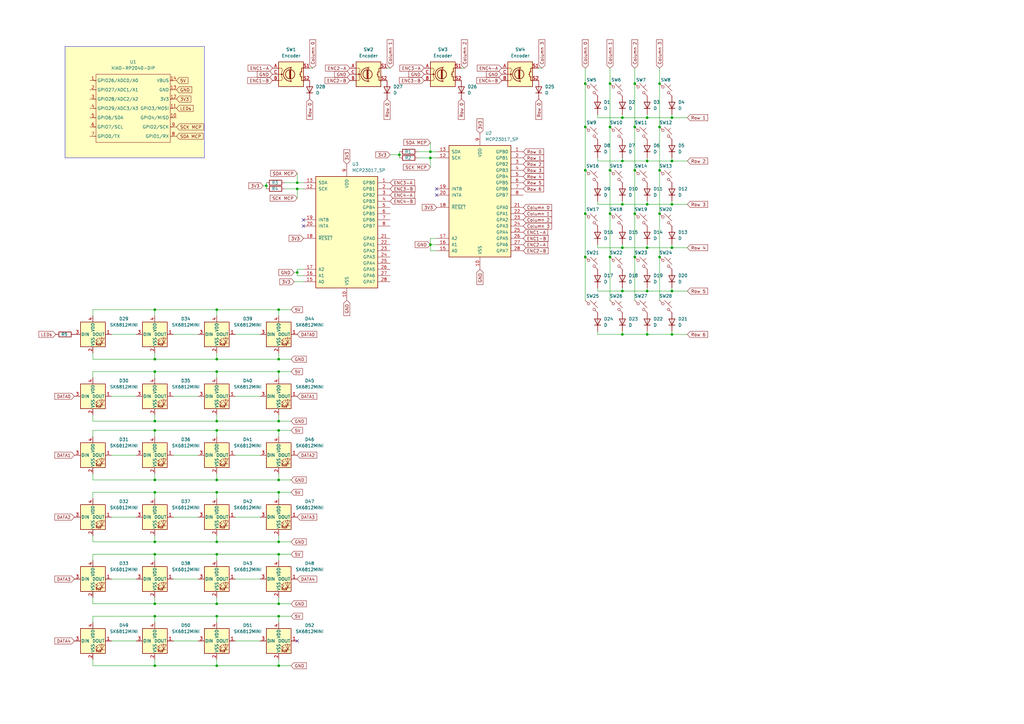
<source format=kicad_sch>
(kicad_sch (version 20250114) (generator "eeschema") (generator_version "9.0")
  (paper "A3")
  (title_block (title "Hexadecipad V2") (rev "1") (company "Pakkid"))
  (rectangle (start 26.67 19.05) (end 83.82 64.77) (fill (type color) (color 255 255 194 1)))
  (junction (at 63.5 201.93))
  (junction (at 260.35 52.07))
  (junction (at 114.3 201.93))
  (junction (at 114.3 222.25))
  (junction (at 121.92 74.93))
  (junction (at 240.03 52.07))
  (junction (at 275.59 119.38))
  (junction (at 250.19 105.41))
  (junction (at 121.92 111.76))
  (junction (at 275.59 48.26))
  (junction (at 88.9 196.85))
  (junction (at 88.9 222.25))
  (junction (at 275.59 101.6))
  (junction (at 265.43 66.04))
  (junction (at 88.9 147.32))
  (junction (at 265.43 83.82))
  (junction (at 270.51 34.29))
  (junction (at 255.27 48.26))
  (junction (at 88.9 227.33))
  (junction (at 240.03 69.85))
  (junction (at 88.9 152.4))
  (junction (at 63.5 176.53))
  (junction (at 176.53 100.33))
  (junction (at 88.9 252.73))
  (junction (at 63.5 196.85))
  (junction (at 88.9 176.53))
  (junction (at 260.35 69.85))
  (junction (at 176.53 62.23))
  (junction (at 270.51 69.85))
  (junction (at 275.59 137.16))
  (junction (at 63.5 127))
  (junction (at 275.59 66.04))
  (junction (at 260.35 105.41))
  (junction (at 121.92 77.47))
  (junction (at 255.27 137.16))
  (junction (at 63.5 222.25))
  (junction (at 265.43 137.16))
  (junction (at 260.35 87.63))
  (junction (at 265.43 48.26))
  (junction (at 63.5 147.32))
  (junction (at 163.83 63.5))
  (junction (at 114.3 176.53))
  (junction (at 260.35 34.29))
  (junction (at 114.3 252.73))
  (junction (at 114.3 152.4))
  (junction (at 114.3 147.32))
  (junction (at 63.5 227.33))
  (junction (at 255.27 119.38))
  (junction (at 255.27 101.6))
  (junction (at 240.03 34.29))
  (junction (at 114.3 196.85))
  (junction (at 88.9 127))
  (junction (at 63.5 172.72))
  (junction (at 88.9 172.72))
  (junction (at 114.3 127))
  (junction (at 63.5 273.05))
  (junction (at 265.43 119.38))
  (junction (at 240.03 105.41))
  (junction (at 63.5 152.4))
  (junction (at 250.19 52.07))
  (junction (at 88.9 201.93))
  (junction (at 63.5 252.73))
  (junction (at 63.5 247.65))
  (junction (at 114.3 172.72))
  (junction (at 176.53 64.77))
  (junction (at 255.27 66.04))
  (junction (at 270.51 52.07))
  (junction (at 250.19 34.29))
  (junction (at 114.3 247.65))
  (junction (at 114.3 273.05))
  (junction (at 88.9 273.05))
  (junction (at 114.3 227.33))
  (junction (at 270.51 105.41))
  (junction (at 240.03 87.63))
  (junction (at 270.51 87.63))
  (junction (at 265.43 101.6))
  (junction (at 250.19 87.63))
  (junction (at 275.59 83.82))
  (junction (at 255.27 83.82))
  (junction (at 250.19 69.85))
  (junction (at 109.22 76.2))
  (junction (at 88.9 247.65))
  (no_connect (at 124.46 92.71))
  (no_connect (at 121.92 262.89))
  (no_connect (at 124.46 90.17))
  (no_connect (at 179.07 77.47))
  (no_connect (at 179.07 80.01))
  (wire (pts (xy 63.5 201.93) (xy 63.5 204.47)))
  (wire (pts (xy 119.38 252.73) (xy 114.3 252.73)))
  (wire (pts (xy 88.9 252.73) (xy 88.9 255.27)))
  (wire (pts (xy 222.25 27.94) (xy 220.98 27.94)))
  (wire (pts (xy 38.1 172.72) (xy 63.5 172.72)))
  (wire (pts (xy 255.27 135.89) (xy 255.27 137.16)))
  (wire (pts (xy 114.3 252.73) (xy 114.3 255.27)))
  (wire (pts (xy 114.3 152.4) (xy 114.3 154.94)))
  (wire (pts (xy 71.12 162.56) (xy 81.28 162.56)))
  (wire (pts (xy 88.9 219.71) (xy 88.9 222.25)))
  (wire (pts (xy 63.5 247.65) (xy 88.9 247.65)))
  (wire (pts (xy 275.59 48.26) (xy 281.94 48.26)))
  (wire (pts (xy 38.1 147.32) (xy 63.5 147.32)))
  (wire (pts (xy 275.59 100.33) (xy 275.59 101.6)))
  (wire (pts (xy 245.11 118.11) (xy 245.11 119.38)))
  (wire (pts (xy 71.12 186.69) (xy 81.28 186.69)))
  (wire (pts (xy 114.3 170.18) (xy 114.3 172.72)))
  (wire (pts (xy 63.5 152.4) (xy 88.9 152.4)))
  (wire (pts (xy 88.9 227.33) (xy 114.3 227.33)))
  (wire (pts (xy 88.9 222.25) (xy 114.3 222.25)))
  (wire (pts (xy 109.22 76.2) (xy 109.22 77.47)))
  (wire (pts (xy 275.59 101.6) (xy 281.94 101.6)))
  (wire (pts (xy 71.12 212.09) (xy 81.28 212.09)))
  (wire (pts (xy 255.27 118.11) (xy 255.27 119.38)))
  (wire (pts (xy 275.59 66.04) (xy 281.94 66.04)))
  (wire (pts (xy 38.1 252.73) (xy 63.5 252.73)))
  (wire (pts (xy 88.9 170.18) (xy 88.9 172.72)))
  (wire (pts (xy 260.35 52.07) (xy 260.35 69.85)))
  (wire (pts (xy 38.1 196.85) (xy 63.5 196.85)))
  (wire (pts (xy 255.27 101.6) (xy 265.43 101.6)))
  (wire (pts (xy 88.9 247.65) (xy 114.3 247.65)))
  (wire (pts (xy 245.11 101.6) (xy 255.27 101.6)))
  (wire (pts (xy 45.72 186.69) (xy 55.88 186.69)))
  (wire (pts (xy 245.11 66.04) (xy 255.27 66.04)))
  (wire (pts (xy 63.5 176.53) (xy 88.9 176.53)))
  (wire (pts (xy 275.59 82.55) (xy 275.59 83.82)))
  (wire (pts (xy 171.45 62.23) (xy 176.53 62.23)))
  (wire (pts (xy 63.5 252.73) (xy 88.9 252.73)))
  (wire (pts (xy 88.9 144.78) (xy 88.9 147.32)))
  (wire (pts (xy 265.43 100.33) (xy 265.43 101.6)))
  (wire (pts (xy 265.43 118.11) (xy 265.43 119.38)))
  (wire (pts (xy 71.12 262.89) (xy 81.28 262.89)))
  (wire (pts (xy 96.52 186.69) (xy 106.68 186.69)))
  (wire (pts (xy 63.5 227.33) (xy 88.9 227.33)))
  (wire (pts (xy 114.3 219.71) (xy 114.3 222.25)))
  (wire (pts (xy 114.3 127) (xy 114.3 129.54)))
  (wire (pts (xy 260.35 87.63) (xy 260.35 105.41)))
  (wire (pts (xy 45.72 212.09) (xy 55.88 212.09)))
  (wire (pts (xy 176.53 68.58) (xy 176.53 64.77)))
  (wire (pts (xy 114.3 245.11) (xy 114.3 247.65)))
  (wire (pts (xy 38.1 245.11) (xy 38.1 247.65)))
  (wire (pts (xy 121.92 111.76) (xy 121.92 110.49)))
  (wire (pts (xy 121.92 81.28) (xy 121.92 77.47)))
  (wire (pts (xy 88.9 273.05) (xy 114.3 273.05)))
  (wire (pts (xy 176.53 62.23) (xy 179.07 62.23)))
  (wire (pts (xy 107.95 76.2) (xy 109.22 76.2)))
  (wire (pts (xy 265.43 46.99) (xy 265.43 48.26)))
  (wire (pts (xy 255.27 46.99) (xy 255.27 48.26)))
  (wire (pts (xy 114.3 247.65) (xy 119.38 247.65)))
  (wire (pts (xy 119.38 127) (xy 114.3 127)))
  (wire (pts (xy 179.07 102.87) (xy 176.53 102.87)))
  (wire (pts (xy 116.84 77.47) (xy 121.92 77.47)))
  (wire (pts (xy 245.11 100.33) (xy 245.11 101.6)))
  (wire (pts (xy 63.5 127) (xy 63.5 129.54)))
  (wire (pts (xy 88.9 252.73) (xy 114.3 252.73)))
  (wire (pts (xy 114.3 201.93) (xy 114.3 204.47)))
  (wire (pts (xy 275.59 137.16) (xy 281.94 137.16)))
  (wire (pts (xy 38.1 227.33) (xy 63.5 227.33)))
  (wire (pts (xy 119.38 152.4) (xy 114.3 152.4)))
  (wire (pts (xy 250.19 87.63) (xy 250.19 105.41)))
  (wire (pts (xy 265.43 101.6) (xy 275.59 101.6)))
  (wire (pts (xy 63.5 194.31) (xy 63.5 196.85)))
  (wire (pts (xy 275.59 118.11) (xy 275.59 119.38)))
  (wire (pts (xy 255.27 66.04) (xy 265.43 66.04)))
  (wire (pts (xy 245.11 48.26) (xy 255.27 48.26)))
  (wire (pts (xy 88.9 176.53) (xy 88.9 179.07)))
  (wire (pts (xy 119.38 176.53) (xy 114.3 176.53)))
  (wire (pts (xy 114.3 176.53) (xy 114.3 179.07)))
  (wire (pts (xy 240.03 34.29) (xy 240.03 52.07)))
  (wire (pts (xy 88.9 172.72) (xy 114.3 172.72)))
  (wire (pts (xy 109.22 74.93) (xy 109.22 76.2)))
  (wire (pts (xy 38.1 194.31) (xy 38.1 196.85)))
  (wire (pts (xy 275.59 119.38) (xy 281.94 119.38)))
  (wire (pts (xy 71.12 237.49) (xy 81.28 237.49)))
  (wire (pts (xy 96.52 237.49) (xy 106.68 237.49)))
  (wire (pts (xy 240.03 52.07) (xy 240.03 69.85)))
  (wire (pts (xy 38.1 255.27) (xy 38.1 252.73)))
  (wire (pts (xy 63.5 196.85) (xy 88.9 196.85)))
  (wire (pts (xy 63.5 219.71) (xy 63.5 222.25)))
  (wire (pts (xy 260.35 34.29) (xy 260.35 52.07)))
  (wire (pts (xy 250.19 52.07) (xy 250.19 69.85)))
  (wire (pts (xy 63.5 127) (xy 88.9 127)))
  (wire (pts (xy 63.5 227.33) (xy 63.5 229.87)))
  (wire (pts (xy 120.65 111.76) (xy 121.92 111.76)))
  (wire (pts (xy 96.52 162.56) (xy 106.68 162.56)))
  (wire (pts (xy 114.3 222.25) (xy 119.38 222.25)))
  (wire (pts (xy 88.9 270.51) (xy 88.9 273.05)))
  (wire (pts (xy 96.52 262.89) (xy 106.68 262.89)))
  (wire (pts (xy 265.43 119.38) (xy 275.59 119.38)))
  (wire (pts (xy 255.27 137.16) (xy 265.43 137.16)))
  (wire (pts (xy 245.11 64.77) (xy 245.11 66.04)))
  (wire (pts (xy 88.9 196.85) (xy 114.3 196.85)))
  (wire (pts (xy 114.3 147.32) (xy 119.38 147.32)))
  (wire (pts (xy 245.11 135.89) (xy 245.11 137.16)))
  (wire (pts (xy 121.92 74.93) (xy 124.46 74.93)))
  (wire (pts (xy 265.43 83.82) (xy 275.59 83.82)))
  (wire (pts (xy 265.43 82.55) (xy 265.43 83.82)))
  (wire (pts (xy 63.5 245.11) (xy 63.5 247.65)))
  (wire (pts (xy 255.27 100.33) (xy 255.27 101.6)))
  (wire (pts (xy 38.1 179.07) (xy 38.1 176.53)))
  (wire (pts (xy 114.3 227.33) (xy 114.3 229.87)))
  (wire (pts (xy 240.03 27.94) (xy 240.03 34.29)))
  (wire (pts (xy 119.38 227.33) (xy 114.3 227.33)))
  (wire (pts (xy 63.5 270.51) (xy 63.5 273.05)))
  (wire (pts (xy 250.19 69.85) (xy 250.19 87.63)))
  (wire (pts (xy 245.11 83.82) (xy 255.27 83.82)))
  (wire (pts (xy 275.59 64.77) (xy 275.59 66.04)))
  (wire (pts (xy 63.5 172.72) (xy 88.9 172.72)))
  (wire (pts (xy 245.11 46.99) (xy 245.11 48.26)))
  (wire (pts (xy 38.1 222.25) (xy 63.5 222.25)))
  (wire (pts (xy 63.5 252.73) (xy 63.5 255.27)))
  (wire (pts (xy 88.9 127) (xy 88.9 129.54)))
  (wire (pts (xy 179.07 97.79) (xy 176.53 97.79)))
  (wire (pts (xy 88.9 152.4) (xy 114.3 152.4)))
  (wire (pts (xy 38.1 170.18) (xy 38.1 172.72)))
  (wire (pts (xy 245.11 137.16) (xy 255.27 137.16)))
  (wire (pts (xy 63.5 222.25) (xy 88.9 222.25)))
  (wire (pts (xy 270.51 105.41) (xy 270.51 123.19)))
  (wire (pts (xy 88.9 152.4) (xy 88.9 154.94)))
  (wire (pts (xy 176.53 58.42) (xy 176.53 62.23)))
  (wire (pts (xy 270.51 52.07) (xy 270.51 69.85)))
  (wire (pts (xy 250.19 34.29) (xy 250.19 52.07)))
  (wire (pts (xy 176.53 64.77) (xy 179.07 64.77)))
  (wire (pts (xy 245.11 119.38) (xy 255.27 119.38)))
  (wire (pts (xy 38.1 154.94) (xy 38.1 152.4)))
  (wire (pts (xy 38.1 247.65) (xy 63.5 247.65)))
  (wire (pts (xy 240.03 105.41) (xy 240.03 123.19)))
  (wire (pts (xy 171.45 64.77) (xy 176.53 64.77)))
  (wire (pts (xy 88.9 176.53) (xy 114.3 176.53)))
  (wire (pts (xy 275.59 46.99) (xy 275.59 48.26)))
  (wire (pts (xy 88.9 201.93) (xy 114.3 201.93)))
  (wire (pts (xy 128.27 27.94) (xy 127 27.94)))
  (wire (pts (xy 163.83 63.5) (xy 163.83 64.77)))
  (wire (pts (xy 88.9 245.11) (xy 88.9 247.65)))
  (wire (pts (xy 63.5 152.4) (xy 63.5 154.94)))
  (wire (pts (xy 255.27 48.26) (xy 265.43 48.26)))
  (wire (pts (xy 63.5 201.93) (xy 88.9 201.93)))
  (wire (pts (xy 114.3 194.31) (xy 114.3 196.85)))
  (wire (pts (xy 38.1 270.51) (xy 38.1 273.05)))
  (wire (pts (xy 88.9 194.31) (xy 88.9 196.85)))
  (wire (pts (xy 116.84 74.93) (xy 121.92 74.93)))
  (wire (pts (xy 160.02 63.5) (xy 163.83 63.5)))
  (wire (pts (xy 38.1 219.71) (xy 38.1 222.25)))
  (wire (pts (xy 45.72 262.89) (xy 55.88 262.89)))
  (wire (pts (xy 96.52 137.16) (xy 106.68 137.16)))
  (wire (pts (xy 265.43 137.16) (xy 275.59 137.16)))
  (wire (pts (xy 176.53 100.33) (xy 179.07 100.33)))
  (wire (pts (xy 121.92 110.49) (xy 124.46 110.49)))
  (wire (pts (xy 255.27 64.77) (xy 255.27 66.04)))
  (wire (pts (xy 176.53 97.79) (xy 176.53 100.33)))
  (wire (pts (xy 245.11 82.55) (xy 245.11 83.82)))
  (wire (pts (xy 38.1 273.05) (xy 63.5 273.05)))
  (wire (pts (xy 114.3 172.72) (xy 119.38 172.72)))
  (wire (pts (xy 38.1 229.87) (xy 38.1 227.33)))
  (wire (pts (xy 114.3 270.51) (xy 114.3 273.05)))
  (wire (pts (xy 270.51 34.29) (xy 270.51 52.07)))
  (wire (pts (xy 163.83 62.23) (xy 163.83 63.5)))
  (wire (pts (xy 71.12 137.16) (xy 81.28 137.16)))
  (wire (pts (xy 38.1 144.78) (xy 38.1 147.32)))
  (wire (pts (xy 88.9 201.93) (xy 88.9 204.47)))
  (wire (pts (xy 250.19 105.41) (xy 250.19 123.19)))
  (wire (pts (xy 88.9 127) (xy 114.3 127)))
  (wire (pts (xy 270.51 69.85) (xy 270.51 87.63)))
  (wire (pts (xy 38.1 176.53) (xy 63.5 176.53)))
  (wire (pts (xy 45.72 137.16) (xy 55.88 137.16)))
  (wire (pts (xy 260.35 105.41) (xy 260.35 123.19)))
  (wire (pts (xy 114.3 144.78) (xy 114.3 147.32)))
  (wire (pts (xy 255.27 82.55) (xy 255.27 83.82)))
  (wire (pts (xy 160.02 27.94) (xy 158.75 27.94)))
  (wire (pts (xy 119.38 201.93) (xy 114.3 201.93)))
  (wire (pts (xy 88.9 227.33) (xy 88.9 229.87)))
  (wire (pts (xy 45.72 237.49) (xy 55.88 237.49)))
  (wire (pts (xy 114.3 273.05) (xy 119.38 273.05)))
  (wire (pts (xy 121.92 113.03) (xy 121.92 111.76)))
  (wire (pts (xy 240.03 69.85) (xy 240.03 87.63)))
  (wire (pts (xy 114.3 196.85) (xy 119.38 196.85)))
  (wire (pts (xy 63.5 273.05) (xy 88.9 273.05)))
  (wire (pts (xy 265.43 64.77) (xy 265.43 66.04)))
  (wire (pts (xy 63.5 170.18) (xy 63.5 172.72)))
  (wire (pts (xy 275.59 135.89) (xy 275.59 137.16)))
  (wire (pts (xy 121.92 71.12) (xy 121.92 74.93)))
  (wire (pts (xy 250.19 27.94) (xy 250.19 34.29)))
  (wire (pts (xy 121.92 113.03) (xy 124.46 113.03)))
  (wire (pts (xy 63.5 147.32) (xy 88.9 147.32)))
  (wire (pts (xy 265.43 66.04) (xy 275.59 66.04)))
  (wire (pts (xy 270.51 87.63) (xy 270.51 105.41)))
  (wire (pts (xy 38.1 152.4) (xy 63.5 152.4)))
  (wire (pts (xy 38.1 127) (xy 63.5 127)))
  (wire (pts (xy 176.53 102.87) (xy 176.53 100.33)))
  (wire (pts (xy 260.35 69.85) (xy 260.35 87.63)))
  (wire (pts (xy 96.52 212.09) (xy 106.68 212.09)))
  (wire (pts (xy 38.1 204.47) (xy 38.1 201.93)))
  (wire (pts (xy 63.5 176.53) (xy 63.5 179.07)))
  (wire (pts (xy 190.5 27.94) (xy 189.23 27.94)))
  (wire (pts (xy 38.1 129.54) (xy 38.1 127)))
  (wire (pts (xy 255.27 83.82) (xy 265.43 83.82)))
  (wire (pts (xy 45.72 162.56) (xy 55.88 162.56)))
  (wire (pts (xy 270.51 27.94) (xy 270.51 34.29)))
  (wire (pts (xy 265.43 135.89) (xy 265.43 137.16)))
  (wire (pts (xy 38.1 201.93) (xy 63.5 201.93)))
  (wire (pts (xy 265.43 48.26) (xy 275.59 48.26)))
  (wire (pts (xy 260.35 27.94) (xy 260.35 34.29)))
  (wire (pts (xy 275.59 83.82) (xy 281.94 83.82)))
  (wire (pts (xy 240.03 87.63) (xy 240.03 105.41)))
  (wire (pts (xy 63.5 144.78) (xy 63.5 147.32)))
  (wire (pts (xy 120.65 115.57) (xy 124.46 115.57)))
  (wire (pts (xy 121.92 77.47) (xy 124.46 77.47)))
  (wire (pts (xy 255.27 119.38) (xy 265.43 119.38)))
  (wire (pts (xy 88.9 147.32) (xy 114.3 147.32)))
  (global_label "GND" (shape input) (at 119.38 147.32 0) (property "Intersheetrefs" "${INTERSHEET_REFS}" (effects (hide yes))))
  (global_label "GND" (shape input) (at 205.74 30.48 180) (property "Intersheetrefs" "${INTERSHEET_REFS}" (effects (hide yes))))
  (global_label "GND" (shape input) (at 142.24 123.19 270) (property "Intersheetrefs" "${INTERSHEET_REFS}" (effects (hide yes))))
  (global_label "Row 6" (shape input) (at 281.94 137.16 0) (property "Intersheetrefs" "${INTERSHEET_REFS}" (effects (hide yes))))
  (global_label "Column 0" (shape input) (at 214.63 85.09 0) (property "Intersheetrefs" "${INTERSHEET_REFS}" (effects (hide yes))))
  (global_label "Row 5" (shape input) (at 214.63 74.93 0) (property "Intersheetrefs" "${INTERSHEET_REFS}" (effects (hide yes))))
  (global_label "5V" (shape input) (at 119.38 227.33 0) (property "Intersheetrefs" "${INTERSHEET_REFS}" (effects (hide yes))))
  (global_label "DATA3" (shape input) (at 30.48 237.49 180) (property "Intersheetrefs" "${INTERSHEET_REFS}" (effects (hide yes))))
  (global_label "Row 2" (shape input) (at 214.63 67.31 0) (property "Intersheetrefs" "${INTERSHEET_REFS}" (effects (hide yes))))
  (global_label "Row 0" (shape input) (at 220.98 40.64 270) (property "Intersheetrefs" "${INTERSHEET_REFS}" (effects (hide yes))))
  (global_label "Row 0" (shape input) (at 214.63 62.23 0) (property "Intersheetrefs" "${INTERSHEET_REFS}" (effects (hide yes))))
  (global_label "Column 3" (shape input) (at 214.63 92.71 0) (property "Intersheetrefs" "${INTERSHEET_REFS}" (effects (hide yes))))
  (global_label "Column 1" (shape input) (at 214.63 87.63 0) (property "Intersheetrefs" "${INTERSHEET_REFS}" (effects (hide yes))))
  (global_label "ENC1-B" (shape input) (at 214.63 97.79 0) (property "Intersheetrefs" "${INTERSHEET_REFS}" (effects (hide yes))))
  (global_label "ENC2-A" (shape input) (at 214.63 100.33 0) (property "Intersheetrefs" "${INTERSHEET_REFS}" (effects (hide yes))))
  (global_label "DATA0" (shape input) (at 121.92 137.16 0) (property "Intersheetrefs" "${INTERSHEET_REFS}" (effects (hide yes))))
  (global_label "Row 4" (shape input) (at 214.63 72.39 0) (property "Intersheetrefs" "${INTERSHEET_REFS}" (effects (hide yes))))
  (global_label "Row 2" (shape input) (at 281.94 66.04 0) (property "Intersheetrefs" "${INTERSHEET_REFS}" (effects (hide yes))))
  (global_label "Column 2" (shape input) (at 214.63 90.17 0) (property "Intersheetrefs" "${INTERSHEET_REFS}" (effects (hide yes))))
  (global_label "5V" (shape input) (at 119.38 201.93 0) (property "Intersheetrefs" "${INTERSHEET_REFS}" (effects (hide yes))))
  (global_label "Column 1" (shape input) (at 250.19 27.94 90) (property "Intersheetrefs" "${INTERSHEET_REFS}" (effects (hide yes))))
  (global_label "GND" (shape input) (at 119.38 222.25 0) (property "Intersheetrefs" "${INTERSHEET_REFS}" (effects (hide yes))))
  (global_label "3V3" (shape input) (at 120.65 115.57 180) (property "Intersheetrefs" "${INTERSHEET_REFS}" (effects (hide yes))))
  (global_label "Column 0" (shape input) (at 240.03 27.94 90) (property "Intersheetrefs" "${INTERSHEET_REFS}" (effects (hide yes))))
  (global_label "Row 0" (shape input) (at 127 40.64 270) (property "Intersheetrefs" "${INTERSHEET_REFS}" (effects (hide yes))))
  (global_label "SCK MCP" (shape input) (at 121.92 81.28 180) (property "Intersheetrefs" "${INTERSHEET_REFS}" (effects (hide yes))))
  (global_label "Row 4" (shape input) (at 281.94 101.6 0) (property "Intersheetrefs" "${INTERSHEET_REFS}" (effects (hide yes))))
  (global_label "Row 5" (shape input) (at 281.94 119.38 0) (property "Intersheetrefs" "${INTERSHEET_REFS}" (effects (hide yes))))
  (global_label "GND" (shape input) (at 119.38 196.85 0) (property "Intersheetrefs" "${INTERSHEET_REFS}" (effects (hide yes))))
  (global_label "ENC3-A" (shape input) (at 173.99 27.94 180) (property "Intersheetrefs" "${INTERSHEET_REFS}" (effects (hide yes))))
  (global_label "Column 3" (shape input) (at 270.51 27.94 90) (property "Intersheetrefs" "${INTERSHEET_REFS}" (effects (hide yes))))
  (global_label "SDA MCP" (shape input) (at 72.39 55.88 0) (property "Intersheetrefs" "${INTERSHEET_REFS}" (effects (hide yes))))
  (global_label "ENC4-A" (shape input) (at 160.02 80.01 0) (property "Intersheetrefs" "${INTERSHEET_REFS}" (effects (hide yes))))
  (global_label "ENC1-A" (shape input) (at 214.63 95.25 0) (property "Intersheetrefs" "${INTERSHEET_REFS}" (effects (hide yes))))
  (global_label "GND" (shape input) (at 173.99 30.48 180) (property "Intersheetrefs" "${INTERSHEET_REFS}" (effects (hide yes))))
  (global_label "LEDs" (shape input) (at 72.39 44.45 0) (property "Intersheetrefs" "${INTERSHEET_REFS}" (effects (hide yes))))
  (global_label "GND" (shape input) (at 119.38 247.65 0) (property "Intersheetrefs" "${INTERSHEET_REFS}" (effects (hide yes))))
  (global_label "ENC3-B" (shape input) (at 173.99 33.02 180) (property "Intersheetrefs" "${INTERSHEET_REFS}" (effects (hide yes))))
  (global_label "DATA4" (shape input) (at 30.48 262.89 180) (property "Intersheetrefs" "${INTERSHEET_REFS}" (effects (hide yes))))
  (global_label "Column 2" (shape input) (at 260.35 27.94 90) (property "Intersheetrefs" "${INTERSHEET_REFS}" (effects (hide yes))))
  (global_label "ENC3-B" (shape input) (at 160.02 77.47 0) (property "Intersheetrefs" "${INTERSHEET_REFS}" (effects (hide yes))))
  (global_label "ENC4-B" (shape input) (at 205.74 33.02 180) (property "Intersheetrefs" "${INTERSHEET_REFS}" (effects (hide yes))))
  (global_label "Column 0" (shape input) (at 128.27 27.94 90) (property "Intersheetrefs" "${INTERSHEET_REFS}" (effects (hide yes))))
  (global_label "3V3" (shape input) (at 72.39 40.64 0) (property "Intersheetrefs" "${INTERSHEET_REFS}" (effects (hide yes))))
  (global_label "Row 3" (shape input) (at 281.94 83.82 0) (property "Intersheetrefs" "${INTERSHEET_REFS}" (effects (hide yes))))
  (global_label "GND" (shape input) (at 143.51 30.48 180) (property "Intersheetrefs" "${INTERSHEET_REFS}" (effects (hide yes))))
  (global_label "Row 3" (shape input) (at 214.63 69.85 0) (property "Intersheetrefs" "${INTERSHEET_REFS}" (effects (hide yes))))
  (global_label "DATA3" (shape input) (at 121.92 212.09 0) (property "Intersheetrefs" "${INTERSHEET_REFS}" (effects (hide yes))))
  (global_label "3V3" (shape input) (at 160.02 63.5 180) (property "Intersheetrefs" "${INTERSHEET_REFS}" (effects (hide yes))))
  (global_label "3V3" (shape input) (at 142.24 67.31 90) (property "Intersheetrefs" "${INTERSHEET_REFS}" (effects (hide yes))))
  (global_label "Column 2" (shape input) (at 190.5 27.94 90) (property "Intersheetrefs" "${INTERSHEET_REFS}" (effects (hide yes))))
  (global_label "Row 6" (shape input) (at 214.63 77.47 0) (property "Intersheetrefs" "${INTERSHEET_REFS}" (effects (hide yes))))
  (global_label "SDA MCP" (shape input) (at 121.92 71.12 180) (property "Intersheetrefs" "${INTERSHEET_REFS}" (effects (hide yes))))
  (global_label "GND" (shape input) (at 72.39 36.83 0) (property "Intersheetrefs" "${INTERSHEET_REFS}" (effects (hide yes))))
  (global_label "GND" (shape input) (at 119.38 273.05 0) (property "Intersheetrefs" "${INTERSHEET_REFS}" (effects (hide yes))))
  (global_label "DATA1" (shape input) (at 30.48 186.69 180) (property "Intersheetrefs" "${INTERSHEET_REFS}" (effects (hide yes))))
  (global_label "3V3" (shape input) (at 179.07 85.09 180) (property "Intersheetrefs" "${INTERSHEET_REFS}" (effects (hide yes))))
  (global_label "Column 3" (shape input) (at 222.25 27.94 90) (property "Intersheetrefs" "${INTERSHEET_REFS}" (effects (hide yes))))
  (global_label "ENC4-B" (shape input) (at 160.02 82.55 0) (property "Intersheetrefs" "${INTERSHEET_REFS}" (effects (hide yes))))
  (global_label "ENC2-B" (shape input) (at 214.63 102.87 0) (property "Intersheetrefs" "${INTERSHEET_REFS}" (effects (hide yes))))
  (global_label "ENC1-A" (shape input) (at 111.76 27.94 180) (property "Intersheetrefs" "${INTERSHEET_REFS}" (effects (hide yes))))
  (global_label "Row 0" (shape input) (at 158.75 40.64 270) (property "Intersheetrefs" "${INTERSHEET_REFS}" (effects (hide yes))))
  (global_label "SCK MCP" (shape input) (at 72.39 52.07 0) (property "Intersheetrefs" "${INTERSHEET_REFS}" (effects (hide yes))))
  (global_label "ENC2-A" (shape input) (at 143.51 27.94 180) (property "Intersheetrefs" "${INTERSHEET_REFS}" (effects (hide yes))))
  (global_label "SCK MCP" (shape input) (at 176.53 68.58 180) (property "Intersheetrefs" "${INTERSHEET_REFS}" (effects (hide yes))))
  (global_label "5V" (shape input) (at 119.38 176.53 0) (property "Intersheetrefs" "${INTERSHEET_REFS}" (effects (hide yes))))
  (global_label "5V" (shape input) (at 72.39 33.02 0) (property "Intersheetrefs" "${INTERSHEET_REFS}" (effects (hide yes))))
  (global_label "5V" (shape input) (at 119.38 127 0) (property "Intersheetrefs" "${INTERSHEET_REFS}" (effects (hide yes))))
  (global_label "ENC1-B" (shape input) (at 111.76 33.02 180) (property "Intersheetrefs" "${INTERSHEET_REFS}" (effects (hide yes))))
  (global_label "SDA MCP" (shape input) (at 176.53 58.42 180) (property "Intersheetrefs" "${INTERSHEET_REFS}" (effects (hide yes))))
  (global_label "DATA2" (shape input) (at 121.92 186.69 0) (property "Intersheetrefs" "${INTERSHEET_REFS}" (effects (hide yes))))
  (global_label "Row 1" (shape input) (at 281.94 48.26 0) (property "Intersheetrefs" "${INTERSHEET_REFS}" (effects (hide yes))))
  (global_label "Row 0" (shape input) (at 189.23 40.64 270) (property "Intersheetrefs" "${INTERSHEET_REFS}" (effects (hide yes))))
  (global_label "Row 1" (shape input) (at 214.63 64.77 0) (property "Intersheetrefs" "${INTERSHEET_REFS}" (effects (hide yes))))
  (global_label "GND" (shape input) (at 119.38 172.72 0) (property "Intersheetrefs" "${INTERSHEET_REFS}" (effects (hide yes))))
  (global_label "ENC2-B" (shape input) (at 143.51 33.02 180) (property "Intersheetrefs" "${INTERSHEET_REFS}" (effects (hide yes))))
  (global_label "GND" (shape input) (at 120.65 111.76 180) (property "Intersheetrefs" "${INTERSHEET_REFS}" (effects (hide yes))))
  (global_label "3V3" (shape input) (at 107.95 76.2 180) (property "Intersheetrefs" "${INTERSHEET_REFS}" (effects (hide yes))))
  (global_label "GND" (shape input) (at 196.85 110.49 270) (property "Intersheetrefs" "${INTERSHEET_REFS}" (effects (hide yes))))
  (global_label "DATA1" (shape input) (at 121.92 162.56 0) (property "Intersheetrefs" "${INTERSHEET_REFS}" (effects (hide yes))))
  (global_label "5V" (shape input) (at 119.38 152.4 0) (property "Intersheetrefs" "${INTERSHEET_REFS}" (effects (hide yes))))
  (global_label "GND" (shape input) (at 111.76 30.48 180) (property "Intersheetrefs" "${INTERSHEET_REFS}" (effects (hide yes))))
  (global_label "5V" (shape input) (at 119.38 252.73 0) (property "Intersheetrefs" "${INTERSHEET_REFS}" (effects (hide yes))))
  (global_label "DATA4" (shape input) (at 121.92 237.49 0) (property "Intersheetrefs" "${INTERSHEET_REFS}" (effects (hide yes))))
  (global_label "DATA2" (shape input) (at 30.48 212.09 180) (property "Intersheetrefs" "${INTERSHEET_REFS}" (effects (hide yes))))
  (global_label "Column 1" (shape input) (at 160.02 27.94 90) (property "Intersheetrefs" "${INTERSHEET_REFS}" (effects (hide yes))))
  (global_label "3V3" (shape input) (at 196.85 54.61 90) (property "Intersheetrefs" "${INTERSHEET_REFS}" (effects (hide yes))))
  (global_label "LEDs" (shape input) (at 22.86 137.16 180) (property "Intersheetrefs" "${INTERSHEET_REFS}" (effects (hide yes))))
  (global_label "DATA0" (shape input) (at 30.48 162.56 180) (property "Intersheetrefs" "${INTERSHEET_REFS}" (effects (hide yes))))
  (global_label "ENC3-A" (shape input) (at 160.02 74.93 0) (property "Intersheetrefs" "${INTERSHEET_REFS}" (effects (hide yes))))
  (global_label "3V3" (shape input) (at 124.46 97.79 180) (property "Intersheetrefs" "${INTERSHEET_REFS}" (effects (hide yes))))
  (global_label "GND" (shape input) (at 176.53 100.33 180) (property "Intersheetrefs" "${INTERSHEET_REFS}" (effects (hide yes))))
  (global_label "ENC4-A" (shape input) (at 205.74 27.94 180) (property "Intersheetrefs" "${INTERSHEET_REFS}" (effects (hide yes))))
  (symbol (lib_id "Switch:SW_Push_45deg") (at 242.57 72.39 0) (unit 1)
    (property "Reference" "SW16" (at 243.078 68.072 0))
    (property "Value" "SW_Push_45deg" (effects (hide yes)))
    (property "Footprint" "MX_Hotswap:MX-Hotswap-1U" (effects (hide yes)))
    (property "Description" "Push button switch, normally open, two pins, 45° tilted" (effects (hide yes)))
  )
  (symbol (lib_id "Switch:SW_Push_45deg") (at 273.05 107.95 0) (unit 1)
    (property "Reference" "SW24" (at 273.05 103.632 0))
    (property "Value" "SW_Push_45deg" (effects (hide yes)))
    (property "Footprint" "MX_Hotswap:MX-Hotswap-1U" (effects (hide yes)))
    (property "Description" "Push button switch, normally open, two pins, 45° tilted" (effects (hide yes)))
  )
  (symbol (lib_id "Device:D") (at 275.59 114.3 90) (unit 1)
    (property "Reference" "D20" (at 278.13 113.0299 90) (effects (justify right)))
    (property "Value" "D" (at 278.13 115.5699 90) (effects (justify right)))
    (property "Footprint" "Diode_THT:D_DO-35_SOD27_P7.62mm_Horizontal" (effects (hide yes)))
    (property "Description" "Diode" (effects (hide yes)))
    (property "Sim.Device" "D" (effects (hide yes)))
    (property "Sim.Pins" "1=K 2=A" (effects (hide yes)))
  )
  (symbol (lib_id "OPL Libs:XIAO-RP2040-DIP") (at 40.64 27.94 0) (unit 1)
    (property "Reference" "U1" (at 54.61 25.4 0))
    (property "Value" "XIAO-RP2040-DIP" (at 54.61 27.94 0))
    (property "Footprint" "OPL Libs:XIAO-RP2040-DIP" (effects (hide yes)))
  )
  (symbol (lib_id "Device:R") (at 167.64 64.77 270) (unit 1)
    (property "Reference" "R2" (at 167.386 64.77 90))
    (property "Value" "R" (effects (hide yes)))
    (property "Footprint" "Resistor_THT:R_Axial_DIN0207_L6.3mm_D2.5mm_P7.62mm_Horizontal" (effects (hide yes)))
    (property "Description" "Resistor" (effects (hide yes)))
  )
  (symbol (lib_id "Device:D") (at 255.27 78.74 90) (unit 1)
    (property "Reference" "D10" (at 257.81 77.4699 90) (effects (justify right)))
    (property "Value" "D" (at 257.81 80.0099 90) (effects (justify right)))
    (property "Footprint" "Diode_THT:D_DO-35_SOD27_P7.62mm_Horizontal" (effects (hide yes)))
    (property "Description" "Diode" (effects (hide yes)))
    (property "Sim.Device" "D" (effects (hide yes)))
    (property "Sim.Pins" "1=K 2=A" (effects (hide yes)))
  )
  (symbol (lib_id "Device:D") (at 220.98 36.83 90) (unit 1)
    (property "Reference" "D25" (at 223.52 35.5599 90) (effects (justify right)))
    (property "Value" "D" (at 223.52 38.0999 90) (effects (justify right)))
    (property "Footprint" "Diode_THT:D_DO-35_SOD27_P7.62mm_Horizontal" (effects (hide yes)))
    (property "Description" "Diode" (effects (hide yes)))
    (property "Sim.Device" "D" (effects (hide yes)))
    (property "Sim.Pins" "1=K 2=A" (effects (hide yes)))
  )
  (symbol (lib_id "LED:SK6812MINI") (at 88.9 186.69 0) (unit 1)
    (property "Reference" "D41" (at 101.6 180.2698 0))
    (property "Value" "SK6812MINI" (at 101.6 182.8098 0))
    (property "Footprint" "kicad-keyboard-parts.pretty-master:MX_SK6812MINI-E_REV" (effects (hide yes)))
    (property "Datasheet" "https://cdn-shop.adafruit.com/product-files/2686/SK6812MINI_REV.01-1-2.pdf" (effects (hide yes)))
    (property "Description" "RGB LED with integrated controller" (effects (hide yes)))
  )
  (symbol (lib_id "Device:R") (at 26.67 137.16 90) (unit 1)
    (property "Reference" "R5" (at 26.416 137.16 90))
    (property "Value" "R" (effects (hide yes)))
    (property "Footprint" "Resistor_THT:R_Axial_DIN0207_L6.3mm_D2.5mm_P7.62mm_Horizontal" (effects (hide yes)))
    (property "Description" "Resistor" (effects (hide yes)))
  )
  (symbol (lib_id "Device:D") (at 245.11 43.18 90) (unit 1)
    (property "Reference" "D1" (at 247.65 41.9099 90) (effects (justify right)))
    (property "Value" "D" (at 247.65 44.4499 90) (effects (justify right)))
    (property "Footprint" "Diode_THT:D_DO-35_SOD27_P7.62mm_Horizontal" (effects (hide yes)))
    (property "Description" "Diode" (effects (hide yes)))
    (property "Sim.Device" "D" (effects (hide yes)))
    (property "Sim.Pins" "1=K 2=A" (effects (hide yes)))
  )
  (symbol (lib_id "LED:SK6812MINI") (at 114.3 186.69 0) (unit 1)
    (property "Reference" "D46" (at 127 180.2698 0))
    (property "Value" "SK6812MINI" (at 127 182.8098 0))
    (property "Footprint" "kicad-keyboard-parts.pretty-master:MX_SK6812MINI-E_REV" (effects (hide yes)))
    (property "Datasheet" "https://cdn-shop.adafruit.com/product-files/2686/SK6812MINI_REV.01-1-2.pdf" (effects (hide yes)))
    (property "Description" "RGB LED with integrated controller" (effects (hide yes)))
  )
  (symbol (lib_id "Device:D") (at 245.11 96.52 90) (unit 1)
    (property "Reference" "D16" (at 247.65 95.2499 90) (effects (justify right)))
    (property "Value" "D" (at 247.65 97.7899 90) (effects (justify right)))
    (property "Footprint" "Diode_THT:D_DO-35_SOD27_P7.62mm_Horizontal" (effects (hide yes)))
    (property "Description" "Diode" (effects (hide yes)))
    (property "Sim.Device" "D" (effects (hide yes)))
    (property "Sim.Pins" "1=K 2=A" (effects (hide yes)))
  )
  (symbol (lib_id "Switch:SW_Push_45deg") (at 252.73 36.83 0) (unit 1)
    (property "Reference" "SW6" (at 252.73 32.766 0))
    (property "Value" "SW_Push_45deg" (effects (hide yes)))
    (property "Footprint" "MX_Hotswap:MX-Hotswap-1U" (effects (hide yes)))
    (property "Description" "Push button switch, normally open, two pins, 45° tilted" (effects (hide yes)))
  )
  (symbol (lib_id "Device:R") (at 167.64 62.23 90) (unit 1)
    (property "Reference" "R1" (at 167.386 62.23 90))
    (property "Value" "R" (effects (hide yes)))
    (property "Footprint" "Resistor_THT:R_Axial_DIN0207_L6.3mm_D2.5mm_P7.62mm_Horizontal" (effects (hide yes)))
    (property "Description" "Resistor" (effects (hide yes)))
  )
  (symbol (lib_id "Device:D") (at 265.43 114.3 90) (unit 1)
    (property "Reference" "D19" (at 267.97 113.0299 90) (effects (justify right)))
    (property "Value" "D" (at 267.97 115.5699 90) (effects (justify right)))
    (property "Footprint" "Diode_THT:D_DO-35_SOD27_P7.62mm_Horizontal" (effects (hide yes)))
    (property "Description" "Diode" (effects (hide yes)))
    (property "Sim.Device" "D" (effects (hide yes)))
    (property "Sim.Pins" "1=K 2=A" (effects (hide yes)))
  )
  (symbol (lib_id "LED:SK6812MINI") (at 63.5 186.69 0) (unit 1)
    (property "Reference" "D36" (at 76.2 180.2698 0))
    (property "Value" "SK6812MINI" (at 76.2 182.8098 0))
    (property "Footprint" "kicad-keyboard-parts.pretty-master:MX_SK6812MINI-E_REV" (effects (hide yes)))
    (property "Datasheet" "https://cdn-shop.adafruit.com/product-files/2686/SK6812MINI_REV.01-1-2.pdf" (effects (hide yes)))
    (property "Description" "RGB LED with integrated controller" (effects (hide yes)))
  )
  (symbol (lib_id "Switch:SW_Push_45deg") (at 252.73 107.95 0) (unit 1)
    (property "Reference" "SW22" (at 252.73 103.632 0))
    (property "Value" "SW_Push_45deg" (effects (hide yes)))
    (property "Footprint" "MX_Hotswap:MX-Hotswap-1U" (effects (hide yes)))
    (property "Description" "Push button switch, normally open, two pins, 45° tilted" (effects (hide yes)))
  )
  (symbol (lib_id "LED:SK6812MINI") (at 38.1 237.49 0) (unit 1)
    (property "Reference" "D33" (at 50.8 231.0698 0))
    (property "Value" "SK6812MINI" (at 50.8 233.6098 0))
    (property "Footprint" "kicad-keyboard-parts.pretty-master:MX_SK6812MINI-E_REV" (effects (hide yes)))
    (property "Datasheet" "https://cdn-shop.adafruit.com/product-files/2686/SK6812MINI_REV.01-1-2.pdf" (effects (hide yes)))
    (property "Description" "RGB LED with integrated controller" (effects (hide yes)))
  )
  (symbol (lib_id "Switch:SW_Push_45deg") (at 242.57 36.83 0) (unit 1)
    (property "Reference" "SW5" (at 242.57 32.766 0))
    (property "Value" "SW_Push_45deg" (effects (hide yes)))
    (property "Footprint" "MX_Hotswap:MX-Hotswap-1U" (effects (hide yes)))
    (property "Description" "Push button switch, normally open, two pins, 45° tilted" (effects (hide yes)))
  )
  (symbol (lib_id "Device:D") (at 265.43 132.08 90) (unit 1)
    (property "Reference" "D22" (at 267.97 130.8099 90) (effects (justify right)))
    (property "Value" "D" (at 267.97 133.3499 90) (effects (justify right)))
    (property "Footprint" "Diode_THT:D_DO-35_SOD27_P7.62mm_Horizontal" (effects (hide yes)))
    (property "Description" "Diode" (effects (hide yes)))
    (property "Sim.Device" "D" (effects (hide yes)))
    (property "Sim.Pins" "1=K 2=A" (effects (hide yes)))
  )
  (symbol (lib_id "Device:D") (at 189.23 36.83 90) (unit 1)
    (property "Reference" "D26" (at 191.77 35.5599 90) (effects (justify right)))
    (property "Value" "D" (at 191.77 38.0999 90) (effects (justify right)))
    (property "Footprint" "Diode_THT:D_DO-35_SOD27_P7.62mm_Horizontal" (effects (hide yes)))
    (property "Description" "Diode" (effects (hide yes)))
    (property "Sim.Device" "D" (effects (hide yes)))
    (property "Sim.Pins" "1=K 2=A" (effects (hide yes)))
  )
  (symbol (lib_id "Device:RotaryEncoder_Switch") (at 151.13 30.48 0) (unit 1)
    (property "Reference" "SW2" (at 151.13 20.32 0))
    (property "Value" "Encoder" (at 151.13 22.86 0))
    (property "Footprint" "RotaryEncoder:RotaryEncoder_Alps_EC11E-Switch_Vertical_H20mm" (effects (hide yes)))
    (property "Description" "Rotary encoder, dual channel, incremental quadrate outputs, with switch" (effects (hide yes)))
  )
  (symbol (lib_id "Switch:SW_Push_45deg") (at 262.89 54.61 0) (unit 1)
    (property "Reference" "SW11" (at 262.89 50.292 0))
    (property "Value" "SW_Push_45deg" (effects (hide yes)))
    (property "Footprint" "MX_Hotswap:MX-Hotswap-1U" (effects (hide yes)))
    (property "Description" "Push button switch, normally open, two pins, 45° tilted" (effects (hide yes)))
  )
  (symbol (lib_id "Switch:SW_Push_45deg") (at 262.89 72.39 0) (unit 1)
    (property "Reference" "SW14" (at 262.89 68.072 0))
    (property "Value" "SW_Push_45deg" (effects (hide yes)))
    (property "Footprint" "MX_Hotswap:MX-Hotswap-1U" (effects (hide yes)))
    (property "Description" "Push button switch, normally open, two pins, 45° tilted" (effects (hide yes)))
  )
  (symbol (lib_id "Device:D") (at 245.11 60.96 90) (unit 1)
    (property "Reference" "D8" (at 247.65 59.6899 90) (effects (justify right)))
    (property "Value" "D" (at 247.65 62.2299 90) (effects (justify right)))
    (property "Footprint" "Diode_THT:D_DO-35_SOD27_P7.62mm_Horizontal" (effects (hide yes)))
    (property "Description" "Diode" (effects (hide yes)))
    (property "Sim.Device" "D" (effects (hide yes)))
    (property "Sim.Pins" "1=K 2=A" (effects (hide yes)))
  )
  (symbol (lib_id "LED:SK6812MINI") (at 114.3 212.09 0) (unit 1)
    (property "Reference" "D47" (at 127 205.6698 0))
    (property "Value" "SK6812MINI" (at 127 208.2098 0))
    (property "Footprint" "kicad-keyboard-parts.pretty-master:MX_SK6812MINI-E_REV" (effects (hide yes)))
    (property "Datasheet" "https://cdn-shop.adafruit.com/product-files/2686/SK6812MINI_REV.01-1-2.pdf" (effects (hide yes)))
    (property "Description" "RGB LED with integrated controller" (effects (hide yes)))
  )
  (symbol (lib_id "Device:D") (at 265.43 60.96 90) (unit 1)
    (property "Reference" "D6" (at 267.97 59.6899 90) (effects (justify right)))
    (property "Value" "D" (at 267.97 62.2299 90) (effects (justify right)))
    (property "Footprint" "Diode_THT:D_DO-35_SOD27_P7.62mm_Horizontal" (effects (hide yes)))
    (property "Description" "Diode" (effects (hide yes)))
    (property "Sim.Device" "D" (effects (hide yes)))
    (property "Sim.Pins" "1=K 2=A" (effects (hide yes)))
  )
  (symbol (lib_id "Device:D") (at 245.11 132.08 90) (unit 1)
    (property "Reference" "D24" (at 247.65 130.8099 90) (effects (justify right)))
    (property "Value" "D" (at 247.65 133.3499 90) (effects (justify right)))
    (property "Footprint" "Diode_THT:D_DO-35_SOD27_P7.62mm_Horizontal" (effects (hide yes)))
    (property "Description" "Diode" (effects (hide yes)))
    (property "Sim.Device" "D" (effects (hide yes)))
    (property "Sim.Pins" "1=K 2=A" (effects (hide yes)))
  )
  (symbol (lib_id "Switch:SW_Push_45deg") (at 262.89 90.17 0) (unit 1)
    (property "Reference" "SW19" (at 262.89 85.852 0))
    (property "Value" "SW_Push_45deg" (effects (hide yes)))
    (property "Footprint" "MX_Hotswap:MX-Hotswap-1U" (effects (hide yes)))
    (property "Description" "Push button switch, normally open, two pins, 45° tilted" (effects (hide yes)))
  )
  (symbol (lib_id "LED:SK6812MINI") (at 88.9 262.89 0) (unit 1)
    (property "Reference" "D51" (at 101.6 256.4698 0))
    (property "Value" "SK6812MINI" (at 101.6 259.0098 0))
    (property "Footprint" "kicad-keyboard-parts.pretty-master:MX_SK6812MINI-E_REV" (effects (hide yes)))
    (property "Datasheet" "https://cdn-shop.adafruit.com/product-files/2686/SK6812MINI_REV.01-1-2.pdf" (effects (hide yes)))
    (property "Description" "RGB LED with integrated controller" (effects (hide yes)))
  )
  (symbol (lib_id "Switch:SW_Push_45deg") (at 273.05 54.61 0) (unit 1)
    (property "Reference" "SW12" (at 273.05 50.292 0))
    (property "Value" "SW_Push_45deg" (effects (hide yes)))
    (property "Footprint" "MX_Hotswap:MX-Hotswap-1U" (effects (hide yes)))
    (property "Description" "Push button switch, normally open, two pins, 45° tilted" (effects (hide yes)))
  )
  (symbol (lib_id "Device:D") (at 127 36.83 90) (unit 1)
    (property "Reference" "D28" (at 129.54 35.5599 90) (effects (justify right)))
    (property "Value" "D" (at 129.54 38.0999 90) (effects (justify right)))
    (property "Footprint" "Diode_THT:D_DO-35_SOD27_P7.62mm_Horizontal" (effects (hide yes)))
    (property "Description" "Diode" (effects (hide yes)))
    (property "Sim.Device" "D" (effects (hide yes)))
    (property "Sim.Pins" "1=K 2=A" (effects (hide yes)))
  )
  (symbol (lib_id "Device:RotaryEncoder_Switch") (at 119.38 30.48 0) (unit 1)
    (property "Reference" "SW1" (at 119.38 20.32 0))
    (property "Value" "Encoder" (at 119.38 22.86 0))
    (property "Footprint" "RotaryEncoder:RotaryEncoder_Alps_EC11E-Switch_Vertical_H20mm" (effects (hide yes)))
    (property "Description" "Rotary encoder, dual channel, incremental quadrate outputs, with switch" (effects (hide yes)))
  )
  (symbol (lib_id "Switch:SW_Push_45deg") (at 262.89 107.95 0) (unit 1)
    (property "Reference" "SW23" (at 262.89 103.632 0))
    (property "Value" "SW_Push_45deg" (effects (hide yes)))
    (property "Footprint" "MX_Hotswap:MX-Hotswap-1U" (effects (hide yes)))
    (property "Description" "Push button switch, normally open, two pins, 45° tilted" (effects (hide yes)))
  )
  (symbol (lib_id "Device:D") (at 255.27 114.3 90) (unit 1)
    (property "Reference" "D18" (at 257.81 113.0299 90) (effects (justify right)))
    (property "Value" "D" (at 257.81 115.5699 90) (effects (justify right)))
    (property "Footprint" "Diode_THT:D_DO-35_SOD27_P7.62mm_Horizontal" (effects (hide yes)))
    (property "Description" "Diode" (effects (hide yes)))
    (property "Sim.Device" "D" (effects (hide yes)))
    (property "Sim.Pins" "1=K 2=A" (effects (hide yes)))
  )
  (symbol (lib_id "LED:SK6812MINI") (at 38.1 162.56 0) (unit 1)
    (property "Reference" "D30" (at 50.8 156.1398 0))
    (property "Value" "SK6812MINI" (at 50.8 158.6798 0))
    (property "Footprint" "kicad-keyboard-parts.pretty-master:MX_SK6812MINI-E_REV" (effects (hide yes)))
    (property "Datasheet" "https://cdn-shop.adafruit.com/product-files/2686/SK6812MINI_REV.01-1-2.pdf" (effects (hide yes)))
    (property "Description" "RGB LED with integrated controller" (effects (hide yes)))
  )
  (symbol (lib_id "LED:SK6812MINI") (at 114.3 162.56 0) (unit 1)
    (property "Reference" "D45" (at 127 156.1398 0))
    (property "Value" "SK6812MINI" (at 127 158.6798 0))
    (property "Footprint" "kicad-keyboard-parts.pretty-master:MX_SK6812MINI-E_REV" (effects (hide yes)))
    (property "Datasheet" "https://cdn-shop.adafruit.com/product-files/2686/SK6812MINI_REV.01-1-2.pdf" (effects (hide yes)))
    (property "Description" "RGB LED with integrated controller" (effects (hide yes)))
  )
  (symbol (lib_id "Switch:SW_Push_45deg") (at 273.05 72.39 0) (unit 1)
    (property "Reference" "SW13" (at 273.05 68.072 0))
    (property "Value" "SW_Push_45deg" (effects (hide yes)))
    (property "Footprint" "MX_Hotswap:MX-Hotswap-1U" (effects (hide yes)))
    (property "Description" "Push button switch, normally open, two pins, 45° tilted" (effects (hide yes)))
  )
  (symbol (lib_id "LED:SK6812MINI") (at 63.5 137.16 0) (unit 1)
    (property "Reference" "D34" (at 76.2 130.7398 0))
    (property "Value" "SK6812MINI" (at 76.2 133.2798 0))
    (property "Footprint" "kicad-keyboard-parts.pretty-master:MX_SK6812MINI-E_REV" (effects (hide yes)))
    (property "Datasheet" "https://cdn-shop.adafruit.com/product-files/2686/SK6812MINI_REV.01-1-2.pdf" (effects (hide yes)))
    (property "Description" "RGB LED with integrated controller" (effects (hide yes)))
  )
  (symbol (lib_id "LED:SK6812MINI") (at 88.9 162.56 0) (unit 1)
    (property "Reference" "D40" (at 101.6 156.1398 0))
    (property "Value" "SK6812MINI" (at 101.6 158.6798 0))
    (property "Footprint" "kicad-keyboard-parts.pretty-master:MX_SK6812MINI-E_REV" (effects (hide yes)))
    (property "Datasheet" "https://cdn-shop.adafruit.com/product-files/2686/SK6812MINI_REV.01-1-2.pdf" (effects (hide yes)))
    (property "Description" "RGB LED with integrated controller" (effects (hide yes)))
  )
  (symbol (lib_id "Switch:SW_Push_45deg") (at 262.89 125.73 0) (unit 1)
    (property "Reference" "SW27" (at 262.89 121.412 0))
    (property "Value" "SW_Push_45deg" (effects (hide yes)))
    (property "Footprint" "MX_Hotswap:MX-Hotswap-1U" (effects (hide yes)))
    (property "Description" "Push button switch, normally open, two pins, 45° tilted" (effects (hide yes)))
  )
  (symbol (lib_id "Device:D") (at 158.75 36.83 90) (unit 1)
    (property "Reference" "D27" (at 161.29 35.5599 90) (effects (justify right)))
    (property "Value" "D" (at 161.29 38.0999 90) (effects (justify right)))
    (property "Footprint" "Diode_THT:D_DO-35_SOD27_P7.62mm_Horizontal" (effects (hide yes)))
    (property "Description" "Diode" (effects (hide yes)))
    (property "Sim.Device" "D" (effects (hide yes)))
    (property "Sim.Pins" "1=K 2=A" (effects (hide yes)))
  )
  (symbol (lib_id "LED:SK6812MINI") (at 114.3 137.16 0) (unit 1)
    (property "Reference" "D44" (at 127 130.7398 0))
    (property "Value" "SK6812MINI" (at 127 133.2798 0))
    (property "Footprint" "kicad-keyboard-parts.pretty-master:MX_SK6812MINI-E_REV" (effects (hide yes)))
    (property "Datasheet" "https://cdn-shop.adafruit.com/product-files/2686/SK6812MINI_REV.01-1-2.pdf" (effects (hide yes)))
    (property "Description" "RGB LED with integrated controller" (effects (hide yes)))
  )
  (symbol (lib_id "Device:R") (at 113.03 74.93 90) (unit 1)
    (property "Reference" "R3" (at 112.776 74.93 90))
    (property "Value" "R" (effects (hide yes)))
    (property "Footprint" "Resistor_THT:R_Axial_DIN0207_L6.3mm_D2.5mm_P7.62mm_Horizontal" (effects (hide yes)))
    (property "Description" "Resistor" (effects (hide yes)))
  )
  (symbol (lib_id "Device:D") (at 255.27 96.52 90) (unit 1)
    (property "Reference" "D15" (at 257.81 95.2499 90) (effects (justify right)))
    (property "Value" "D" (at 257.81 97.7899 90) (effects (justify right)))
    (property "Footprint" "Diode_THT:D_DO-35_SOD27_P7.62mm_Horizontal" (effects (hide yes)))
    (property "Description" "Diode" (effects (hide yes)))
    (property "Sim.Device" "D" (effects (hide yes)))
    (property "Sim.Pins" "1=K 2=A" (effects (hide yes)))
  )
  (symbol (lib_id "LED:SK6812MINI") (at 63.5 262.89 0) (unit 1)
    (property "Reference" "D50" (at 76.2 256.4698 0))
    (property "Value" "SK6812MINI" (at 76.2 259.0098 0))
    (property "Footprint" "kicad-keyboard-parts.pretty-master:MX_SK6812MINI-E_REV" (effects (hide yes)))
    (property "Datasheet" "https://cdn-shop.adafruit.com/product-files/2686/SK6812MINI_REV.01-1-2.pdf" (effects (hide yes)))
    (property "Description" "RGB LED with integrated controller" (effects (hide yes)))
  )
  (symbol (lib_id "Device:D") (at 265.43 43.18 90) (unit 1)
    (property "Reference" "D3" (at 267.97 41.9099 90) (effects (justify right)))
    (property "Value" "D" (at 267.97 44.4499 90) (effects (justify right)))
    (property "Footprint" "Diode_THT:D_DO-35_SOD27_P7.62mm_Horizontal" (effects (hide yes)))
    (property "Description" "Diode" (effects (hide yes)))
    (property "Sim.Device" "D" (effects (hide yes)))
    (property "Sim.Pins" "1=K 2=A" (effects (hide yes)))
  )
  (symbol (lib_id "Device:D") (at 245.11 78.74 90) (unit 1)
    (property "Reference" "D9" (at 247.65 77.4699 90) (effects (justify right)))
    (property "Value" "D" (at 247.65 80.0099 90) (effects (justify right)))
    (property "Footprint" "Diode_THT:D_DO-35_SOD27_P7.62mm_Horizontal" (effects (hide yes)))
    (property "Description" "Diode" (effects (hide yes)))
    (property "Sim.Device" "D" (effects (hide yes)))
    (property "Sim.Pins" "1=K 2=A" (effects (hide yes)))
  )
  (symbol (lib_id "LED:SK6812MINI") (at 114.3 237.49 0) (unit 1)
    (property "Reference" "D48" (at 127 231.0698 0))
    (property "Value" "SK6812MINI" (at 127 233.6098 0))
    (property "Footprint" "kicad-keyboard-parts.pretty-master:MX_SK6812MINI-E_REV" (effects (hide yes)))
    (property "Datasheet" "https://cdn-shop.adafruit.com/product-files/2686/SK6812MINI_REV.01-1-2.pdf" (effects (hide yes)))
    (property "Description" "RGB LED with integrated controller" (effects (hide yes)))
  )
  (symbol (lib_id "Switch:SW_Push_45deg") (at 273.05 125.73 0) (unit 1)
    (property "Reference" "SW28" (at 273.05 121.412 0))
    (property "Value" "SW_Push_45deg" (effects (hide yes)))
    (property "Footprint" "MX_Hotswap:MX-Hotswap-1U" (effects (hide yes)))
    (property "Description" "Push button switch, normally open, two pins, 45° tilted" (effects (hide yes)))
  )
  (symbol (lib_id "Device:D") (at 275.59 96.52 90) (unit 1)
    (property "Reference" "D13" (at 278.13 95.2499 90) (effects (justify right)))
    (property "Value" "D" (at 278.13 97.7899 90) (effects (justify right)))
    (property "Footprint" "Diode_THT:D_DO-35_SOD27_P7.62mm_Horizontal" (effects (hide yes)))
    (property "Description" "Diode" (effects (hide yes)))
    (property "Sim.Device" "D" (effects (hide yes)))
    (property "Sim.Pins" "1=K 2=A" (effects (hide yes)))
  )
  (symbol (lib_id "Device:R") (at 113.03 77.47 270) (unit 1)
    (property "Reference" "R4" (at 112.776 77.47 90))
    (property "Value" "R" (effects (hide yes)))
    (property "Footprint" "Resistor_THT:R_Axial_DIN0207_L6.3mm_D2.5mm_P7.62mm_Horizontal" (effects (hide yes)))
    (property "Description" "Resistor" (effects (hide yes)))
  )
  (symbol (lib_id "Device:D") (at 255.27 60.96 90) (unit 1)
    (property "Reference" "D7" (at 257.81 59.6899 90) (effects (justify right)))
    (property "Value" "D" (at 257.81 62.2299 90) (effects (justify right)))
    (property "Footprint" "Diode_THT:D_DO-35_SOD27_P7.62mm_Horizontal" (effects (hide yes)))
    (property "Description" "Diode" (effects (hide yes)))
    (property "Sim.Device" "D" (effects (hide yes)))
    (property "Sim.Pins" "1=K 2=A" (effects (hide yes)))
  )
  (symbol (lib_id "Switch:SW_Push_45deg") (at 242.57 107.95 0) (unit 1)
    (property "Reference" "SW21" (at 243.078 103.632 0))
    (property "Value" "SW_Push_45deg" (effects (hide yes)))
    (property "Footprint" "MX_Hotswap:MX-Hotswap-1U" (effects (hide yes)))
    (property "Description" "Push button switch, normally open, two pins, 45° tilted" (effects (hide yes)))
  )
  (symbol (lib_id "Device:D") (at 275.59 78.74 90) (unit 1)
    (property "Reference" "D12" (at 278.13 77.4699 90) (effects (justify right)))
    (property "Value" "D" (at 278.13 80.0099 90) (effects (justify right)))
    (property "Footprint" "Diode_THT:D_DO-35_SOD27_P7.62mm_Horizontal" (effects (hide yes)))
    (property "Description" "Diode" (effects (hide yes)))
    (property "Sim.Device" "D" (effects (hide yes)))
    (property "Sim.Pins" "1=K 2=A" (effects (hide yes)))
  )
  (symbol (lib_id "Device:D") (at 255.27 132.08 90) (unit 1)
    (property "Reference" "D23" (at 257.81 130.8099 90) (effects (justify right)))
    (property "Value" "D" (at 257.81 133.3499 90) (effects (justify right)))
    (property "Footprint" "Diode_THT:D_DO-35_SOD27_P7.62mm_Horizontal" (effects (hide yes)))
    (property "Description" "Diode" (effects (hide yes)))
    (property "Sim.Device" "D" (effects (hide yes)))
    (property "Sim.Pins" "1=K 2=A" (effects (hide yes)))
  )
  (symbol (lib_id "Interface_Expansion:MCP23017_SP") (at 196.85 82.55 0) (unit 1)
    (property "Reference" "U2" (at 198.9933 54.61 0) (effects (justify left)))
    (property "Value" "MCP23017_SP" (at 198.9933 57.15 0) (effects (justify left)))
    (property "Footprint" "Package_DIP:DIP-28_W7.62mm" (effects (hide yes)))
    (property "Datasheet" "https://ww1.microchip.com/downloads/aemDocuments/documents/APID/ProductDocuments/DataSheets/MCP23017-Data-Sheet-DS20001952.pdf" (effects (hide yes)))
    (property "Description" "16-bit I/O expander, I2C, interrupts, w pull-ups, SPDIP-28" (effects (hide yes)))
  )
  (symbol (lib_id "Device:D") (at 265.43 96.52 90) (unit 1)
    (property "Reference" "D14" (at 267.97 95.2499 90) (effects (justify right)))
    (property "Value" "D" (at 267.97 97.7899 90) (effects (justify right)))
    (property "Footprint" "Diode_THT:D_DO-35_SOD27_P7.62mm_Horizontal" (effects (hide yes)))
    (property "Description" "Diode" (effects (hide yes)))
    (property "Sim.Device" "D" (effects (hide yes)))
    (property "Sim.Pins" "1=K 2=A" (effects (hide yes)))
  )
  (symbol (lib_id "LED:SK6812MINI") (at 38.1 212.09 0) (unit 1)
    (property "Reference" "D32" (at 50.8 205.6698 0))
    (property "Value" "SK6812MINI" (at 50.8 208.2098 0))
    (property "Footprint" "kicad-keyboard-parts.pretty-master:MX_SK6812MINI-E_REV" (effects (hide yes)))
    (property "Datasheet" "https://cdn-shop.adafruit.com/product-files/2686/SK6812MINI_REV.01-1-2.pdf" (effects (hide yes)))
    (property "Description" "RGB LED with integrated controller" (effects (hide yes)))
  )
  (symbol (lib_id "LED:SK6812MINI") (at 38.1 186.69 0) (unit 1)
    (property "Reference" "D31" (at 50.8 180.2698 0))
    (property "Value" "SK6812MINI" (at 50.8 182.8098 0))
    (property "Footprint" "kicad-keyboard-parts.pretty-master:MX_SK6812MINI-E_REV" (effects (hide yes)))
    (property "Datasheet" "https://cdn-shop.adafruit.com/product-files/2686/SK6812MINI_REV.01-1-2.pdf" (effects (hide yes)))
    (property "Description" "RGB LED with integrated controller" (effects (hide yes)))
  )
  (symbol (lib_id "Device:RotaryEncoder_Switch") (at 181.61 30.48 0) (unit 1)
    (property "Reference" "SW3" (at 181.61 20.32 0))
    (property "Value" "Encoder" (at 181.61 22.86 0))
    (property "Footprint" "RotaryEncoder:RotaryEncoder_Alps_EC11E-Switch_Vertical_H20mm" (effects (hide yes)))
    (property "Description" "Rotary encoder, dual channel, incremental quadrate outputs, with switch" (effects (hide yes)))
  )
  (symbol (lib_id "Switch:SW_Push_45deg") (at 273.05 90.17 0) (unit 1)
    (property "Reference" "SW20" (at 273.05 85.852 0))
    (property "Value" "SW_Push_45deg" (effects (hide yes)))
    (property "Footprint" "MX_Hotswap:MX-Hotswap-1U" (effects (hide yes)))
    (property "Description" "Push button switch, normally open, two pins, 45° tilted" (effects (hide yes)))
  )
  (symbol (lib_id "Switch:SW_Push_45deg") (at 252.73 72.39 0) (unit 1)
    (property "Reference" "SW15" (at 252.73 68.072 0))
    (property "Value" "SW_Push_45deg" (effects (hide yes)))
    (property "Footprint" "MX_Hotswap:MX-Hotswap-1U" (effects (hide yes)))
    (property "Description" "Push button switch, normally open, two pins, 45° tilted" (effects (hide yes)))
  )
  (symbol (lib_id "LED:SK6812MINI") (at 114.3 262.89 0) (unit 1)
    (property "Reference" "D52" (at 127 256.4698 0))
    (property "Value" "SK6812MINI" (at 127 259.0098 0))
    (property "Footprint" "kicad-keyboard-parts.pretty-master:MX_SK6812MINI-E_REV" (effects (hide yes)))
    (property "Datasheet" "https://cdn-shop.adafruit.com/product-files/2686/SK6812MINI_REV.01-1-2.pdf" (effects (hide yes)))
    (property "Description" "RGB LED with integrated controller" (effects (hide yes)))
  )
  (symbol (lib_id "Device:D") (at 255.27 43.18 90) (unit 1)
    (property "Reference" "D2" (at 257.81 41.9099 90) (effects (justify right)))
    (property "Value" "D" (at 257.81 44.4499 90) (effects (justify right)))
    (property "Footprint" "Diode_THT:D_DO-35_SOD27_P7.62mm_Horizontal" (effects (hide yes)))
    (property "Description" "Diode" (effects (hide yes)))
    (property "Sim.Device" "D" (effects (hide yes)))
    (property "Sim.Pins" "1=K 2=A" (effects (hide yes)))
  )
  (symbol (lib_id "LED:SK6812MINI") (at 88.9 237.49 0) (unit 1)
    (property "Reference" "D43" (at 101.6 231.0698 0))
    (property "Value" "SK6812MINI" (at 101.6 233.6098 0))
    (property "Footprint" "kicad-keyboard-parts.pretty-master:MX_SK6812MINI-E_REV" (effects (hide yes)))
    (property "Datasheet" "https://cdn-shop.adafruit.com/product-files/2686/SK6812MINI_REV.01-1-2.pdf" (effects (hide yes)))
    (property "Description" "RGB LED with integrated controller" (effects (hide yes)))
  )
  (symbol (lib_id "LED:SK6812MINI") (at 63.5 212.09 0) (unit 1)
    (property "Reference" "D37" (at 76.2 205.6698 0))
    (property "Value" "SK6812MINI" (at 76.2 208.2098 0))
    (property "Footprint" "kicad-keyboard-parts.pretty-master:MX_SK6812MINI-E_REV" (effects (hide yes)))
    (property "Datasheet" "https://cdn-shop.adafruit.com/product-files/2686/SK6812MINI_REV.01-1-2.pdf" (effects (hide yes)))
    (property "Description" "RGB LED with integrated controller" (effects (hide yes)))
  )
  (symbol (lib_id "LED:SK6812MINI") (at 38.1 137.16 0) (unit 1)
    (property "Reference" "D29" (at 50.8 130.7398 0))
    (property "Value" "SK6812MINI" (at 50.8 133.2798 0))
    (property "Footprint" "kicad-keyboard-parts.pretty-master:MX_SK6812MINI-E_REV" (effects (hide yes)))
    (property "Datasheet" "https://cdn-shop.adafruit.com/product-files/2686/SK6812MINI_REV.01-1-2.pdf" (effects (hide yes)))
    (property "Description" "RGB LED with integrated controller" (effects (hide yes)))
  )
  (symbol (lib_id "Device:D") (at 275.59 132.08 90) (unit 1)
    (property "Reference" "D21" (at 278.13 130.8099 90) (effects (justify right)))
    (property "Value" "D" (at 278.13 133.3499 90) (effects (justify right)))
    (property "Footprint" "Diode_THT:D_DO-35_SOD27_P7.62mm_Horizontal" (effects (hide yes)))
    (property "Description" "Diode" (effects (hide yes)))
    (property "Sim.Device" "D" (effects (hide yes)))
    (property "Sim.Pins" "1=K 2=A" (effects (hide yes)))
  )
  (symbol (lib_id "Switch:SW_Push_45deg") (at 252.73 90.17 0) (unit 1)
    (property "Reference" "SW18" (at 252.73 85.852 0))
    (property "Value" "SW_Push_45deg" (effects (hide yes)))
    (property "Footprint" "MX_Hotswap:MX-Hotswap-1U" (effects (hide yes)))
    (property "Description" "Push button switch, normally open, two pins, 45° tilted" (effects (hide yes)))
  )
  (symbol (lib_id "LED:SK6812MINI") (at 88.9 137.16 0) (unit 1)
    (property "Reference" "D39" (at 101.6 130.7398 0))
    (property "Value" "SK6812MINI" (at 101.6 133.2798 0))
    (property "Footprint" "kicad-keyboard-parts.pretty-master:MX_SK6812MINI-E_REV" (effects (hide yes)))
    (property "Datasheet" "https://cdn-shop.adafruit.com/product-files/2686/SK6812MINI_REV.01-1-2.pdf" (effects (hide yes)))
    (property "Description" "RGB LED with integrated controller" (effects (hide yes)))
  )
  (symbol (lib_id "Device:D") (at 275.59 43.18 90) (unit 1)
    (property "Reference" "D4" (at 278.13 41.9099 90) (effects (justify right)))
    (property "Value" "D" (at 278.13 44.4499 90) (effects (justify right)))
    (property "Footprint" "Diode_THT:D_DO-35_SOD27_P7.62mm_Horizontal" (effects (hide yes)))
    (property "Description" "Diode" (effects (hide yes)))
    (property "Sim.Device" "D" (effects (hide yes)))
    (property "Sim.Pins" "1=K 2=A" (effects (hide yes)))
  )
  (symbol (lib_id "Switch:SW_Push_45deg") (at 252.73 54.61 0) (unit 1)
    (property "Reference" "SW10" (at 252.73 50.292 0))
    (property "Value" "SW_Push_45deg" (effects (hide yes)))
    (property "Footprint" "MX_Hotswap:MX-Hotswap-1U" (effects (hide yes)))
    (property "Description" "Push button switch, normally open, two pins, 45° tilted" (effects (hide yes)))
  )
  (symbol (lib_id "Device:D") (at 265.43 78.74 90) (unit 1)
    (property "Reference" "D11" (at 267.97 77.4699 90) (effects (justify right)))
    (property "Value" "D" (at 267.97 80.0099 90) (effects (justify right)))
    (property "Footprint" "Diode_THT:D_DO-35_SOD27_P7.62mm_Horizontal" (effects (hide yes)))
    (property "Description" "Diode" (effects (hide yes)))
    (property "Sim.Device" "D" (effects (hide yes)))
    (property "Sim.Pins" "1=K 2=A" (effects (hide yes)))
  )
  (symbol (lib_id "Switch:SW_Push_45deg") (at 252.73 125.73 0) (unit 1)
    (property "Reference" "SW26" (at 252.73 121.412 0))
    (property "Value" "SW_Push_45deg" (effects (hide yes)))
    (property "Footprint" "MX_Hotswap:MX-Hotswap-1U" (effects (hide yes)))
    (property "Description" "Push button switch, normally open, two pins, 45° tilted" (effects (hide yes)))
  )
  (symbol (lib_id "LED:SK6812MINI") (at 38.1 262.89 0) (unit 1)
    (property "Reference" "D49" (at 50.8 256.4698 0))
    (property "Value" "SK6812MINI" (at 50.8 259.0098 0))
    (property "Footprint" "kicad-keyboard-parts.pretty-master:MX_SK6812MINI-E_REV" (effects (hide yes)))
    (property "Datasheet" "https://cdn-shop.adafruit.com/product-files/2686/SK6812MINI_REV.01-1-2.pdf" (effects (hide yes)))
    (property "Description" "RGB LED with integrated controller" (effects (hide yes)))
  )
  (symbol (lib_id "Switch:SW_Push_45deg") (at 242.57 54.61 0) (unit 1)
    (property "Reference" "SW9" (at 242.57 50.292 0))
    (property "Value" "SW_Push_45deg" (effects (hide yes)))
    (property "Footprint" "MX_Hotswap:MX-Hotswap-1U" (effects (hide yes)))
    (property "Description" "Push button switch, normally open, two pins, 45° tilted" (effects (hide yes)))
  )
  (symbol (lib_id "Switch:SW_Push_45deg") (at 262.89 36.83 0) (unit 1)
    (property "Reference" "SW7" (at 262.89 32.766 0))
    (property "Value" "SW_Push_45deg" (effects (hide yes)))
    (property "Footprint" "MX_Hotswap:MX-Hotswap-1U" (effects (hide yes)))
    (property "Description" "Push button switch, normally open, two pins, 45° tilted" (effects (hide yes)))
  )
  (symbol (lib_id "Device:RotaryEncoder_Switch") (at 213.36 30.48 0) (unit 1)
    (property "Reference" "SW4" (at 213.36 20.32 0))
    (property "Value" "Encoder" (at 213.36 22.86 0))
    (property "Footprint" "RotaryEncoder:RotaryEncoder_Alps_EC11E-Switch_Vertical_H20mm" (effects (hide yes)))
    (property "Description" "Rotary encoder, dual channel, incremental quadrate outputs, with switch" (effects (hide yes)))
  )
  (symbol (lib_id "LED:SK6812MINI") (at 63.5 237.49 0) (unit 1)
    (property "Reference" "D38" (at 76.2 231.0698 0))
    (property "Value" "SK6812MINI" (at 76.2 233.6098 0))
    (property "Footprint" "kicad-keyboard-parts.pretty-master:MX_SK6812MINI-E_REV" (effects (hide yes)))
    (property "Datasheet" "https://cdn-shop.adafruit.com/product-files/2686/SK6812MINI_REV.01-1-2.pdf" (effects (hide yes)))
    (property "Description" "RGB LED with integrated controller" (effects (hide yes)))
  )
  (symbol (lib_id "Device:D") (at 245.11 114.3 90) (unit 1)
    (property "Reference" "D17" (at 247.65 113.0299 90) (effects (justify right)))
    (property "Value" "D" (at 247.65 115.5699 90) (effects (justify right)))
    (property "Footprint" "Diode_THT:D_DO-35_SOD27_P7.62mm_Horizontal" (effects (hide yes)))
    (property "Description" "Diode" (effects (hide yes)))
    (property "Sim.Device" "D" (effects (hide yes)))
    (property "Sim.Pins" "1=K 2=A" (effects (hide yes)))
  )
  (symbol (lib_id "LED:SK6812MINI") (at 63.5 162.56 0) (unit 1)
    (property "Reference" "D35" (at 76.2 156.1398 0))
    (property "Value" "SK6812MINI" (at 76.2 158.6798 0))
    (property "Footprint" "kicad-keyboard-parts.pretty-master:MX_SK6812MINI-E_REV" (effects (hide yes)))
    (property "Datasheet" "https://cdn-shop.adafruit.com/product-files/2686/SK6812MINI_REV.01-1-2.pdf" (effects (hide yes)))
    (property "Description" "RGB LED with integrated controller" (effects (hide yes)))
  )
  (symbol (lib_id "Switch:SW_Push_45deg") (at 273.05 36.83 0) (unit 1)
    (property "Reference" "SW8" (at 273.05 32.766 0))
    (property "Value" "SW_Push_45deg" (effects (hide yes)))
    (property "Footprint" "MX_Hotswap:MX-Hotswap-1U" (effects (hide yes)))
    (property "Description" "Push button switch, normally open, two pins, 45° tilted" (effects (hide yes)))
  )
  (symbol (lib_id "LED:SK6812MINI") (at 88.9 212.09 0) (unit 1)
    (property "Reference" "D42" (at 101.6 205.6698 0))
    (property "Value" "SK6812MINI" (at 101.6 208.2098 0))
    (property "Footprint" "kicad-keyboard-parts.pretty-master:MX_SK6812MINI-E_REV" (effects (hide yes)))
    (property "Datasheet" "https://cdn-shop.adafruit.com/product-files/2686/SK6812MINI_REV.01-1-2.pdf" (effects (hide yes)))
    (property "Description" "RGB LED with integrated controller" (effects (hide yes)))
  )
  (symbol (lib_id "Switch:SW_Push_45deg") (at 242.57 90.17 0) (unit 1)
    (property "Reference" "SW17" (at 243.078 85.852 0))
    (property "Value" "SW_Push_45deg" (effects (hide yes)))
    (property "Footprint" "MX_Hotswap:MX-Hotswap-1U" (effects (hide yes)))
    (property "Description" "Push button switch, normally open, two pins, 45° tilted" (effects (hide yes)))
  )
  (symbol (lib_id "Device:D") (at 275.59 60.96 90) (unit 1)
    (property "Reference" "D5" (at 278.13 59.6899 90) (effects (justify right)))
    (property "Value" "D" (at 278.13 62.2299 90) (effects (justify right)))
    (property "Footprint" "Diode_THT:D_DO-35_SOD27_P7.62mm_Horizontal" (effects (hide yes)))
    (property "Description" "Diode" (effects (hide yes)))
    (property "Sim.Device" "D" (effects (hide yes)))
    (property "Sim.Pins" "1=K 2=A" (effects (hide yes)))
  )
  (symbol (lib_id "Interface_Expansion:MCP23017_SP") (at 142.24 95.25 0) (unit 1)
    (property "Reference" "U3" (at 144.3833 67.31 0) (effects (justify left)))
    (property "Value" "MCP23017_SP" (at 144.3833 69.85 0) (effects (justify left)))
    (property "Footprint" "Package_DIP:DIP-28_W7.62mm" (effects (hide yes)))
    (property "Datasheet" "https://ww1.microchip.com/downloads/aemDocuments/documents/APID/ProductDocuments/DataSheets/MCP23017-Data-Sheet-DS20001952.pdf" (effects (hide yes)))
    (property "Description" "16-bit I/O expander, I2C, interrupts, w pull-ups, SPDIP-28" (effects (hide yes)))
  )
  (symbol (lib_id "Switch:SW_Push_45deg") (at 242.57 125.73 0) (unit 1)
    (property "Reference" "SW25" (at 243.078 121.412 0))
    (property "Value" "SW_Push_45deg" (effects (hide yes)))
    (property "Footprint" "MX_Hotswap:MX-Hotswap-1U" (effects (hide yes)))
    (property "Description" "Push button switch, normally open, two pins, 45° tilted" (effects (hide yes)))
  )
)
</source>
